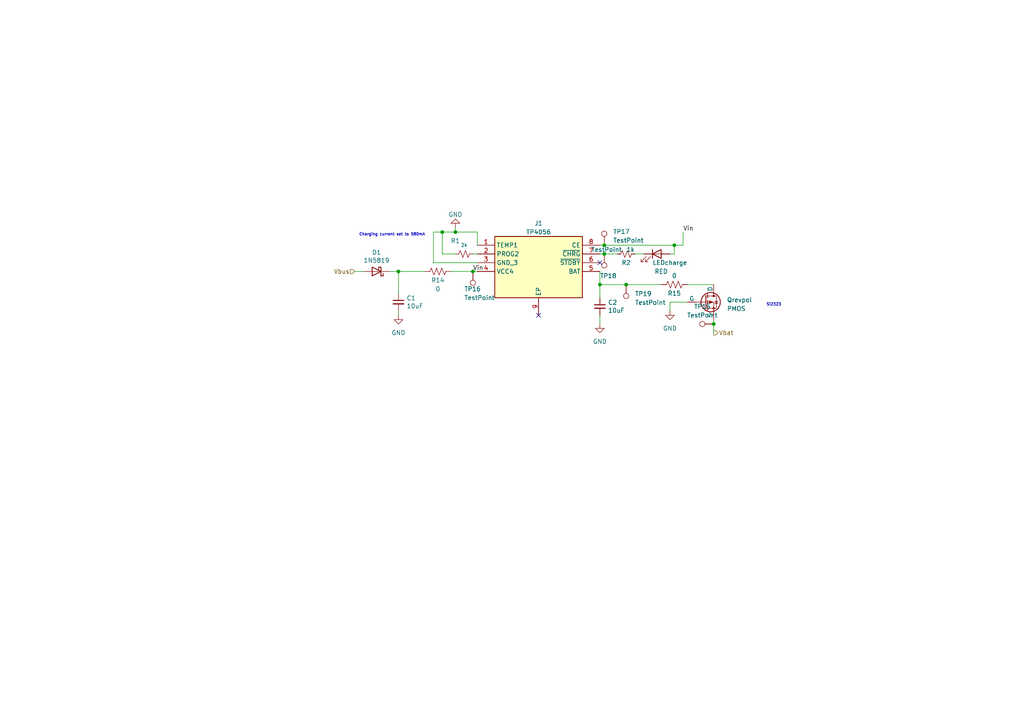
<source format=kicad_sch>
(kicad_sch (version 20230121) (generator eeschema)
  (paper "A4")
  (title_block (title "Charging Module") (date "2023-03-05") (rev "V1.0") (company "EEE3088F - Group 14") (comment 1 "Designed by Ashik John"))
  (lib_symbols
    (symbol "Connector:TestPoint" (pin_numbers hide) (pin_names (offset 0.762) hide)
      (property "Reference" "TP" (at 0 6.858 0))
      (property "Value" "TestPoint" (at 0 5.08 0))
      (symbol "TestPoint_0_1"
        (circle (center 0 3.302) (radius 0.762))
      )
      (symbol "TestPoint_1_1"
        (pin passive line (at 0 0 90) (length 2.54) (name "1") (number "1"))
      )
    )
    (symbol "Device:C_Small" (pin_numbers hide) (pin_names (offset 0.254) hide)
      (property "Reference" "C" (at 0.254 1.778 0))
      (property "Value" "C_Small" (at 0.254 -2.032 0))
      (symbol "C_Small_0_1"
        (polyline (pts (xy -1.524 -0.508) (xy 1.524 -0.508)) (stroke (width 0.3302)))
        (polyline (pts (xy -1.524 0.508) (xy 1.524 0.508)) (stroke (width 0.3048)))
      )
      (symbol "C_Small_1_1"
        (pin passive line (at 0 2.54 270) (length 2.032) (name "~") (number "1"))
        (pin passive line (at 0 -2.54 90) (length 2.032) (name "~") (number "2"))
      )
    )
    (symbol "Device:LED" (pin_numbers hide) (pin_names (offset 1.016) hide)
      (property "Reference" "D" (at 0 2.54 0))
      (property "Value" "LED" (at 0 -2.54 0))
      (symbol "LED_0_1"
        (polyline (pts (xy -1.27 -1.27) (xy -1.27 1.27)) (stroke (width 0.254)))
        (polyline (pts (xy -1.27 0) (xy 1.27 0)))
        (polyline (pts (xy 1.27 -1.27) (xy 1.27 1.27) (xy -1.27 0) (xy 1.27 -1.27)) (stroke (width 0.254)))
        (polyline (pts (xy -3.048 -0.762) (xy -4.572 -2.286) (xy -3.81 -2.286) (xy -4.572 -2.286) (xy -4.572 -1.524)))
        (polyline (pts (xy -1.778 -0.762) (xy -3.302 -2.286) (xy -2.54 -2.286) (xy -3.302 -2.286) (xy -3.302 -1.524)))
      )
      (symbol "LED_1_1"
        (pin passive line (at -3.81 0 0) (length 2.54) (name "K") (number "1"))
        (pin passive line (at 3.81 0 180) (length 2.54) (name "A") (number "2"))
      )
    )
    (symbol "Device:R_Small_US" (pin_numbers hide) (pin_names (offset 0.254) hide)
      (property "Reference" "R" (at 0.762 0.508 0))
      (property "Value" "R_Small_US" (at 0.762 -1.016 0))
      (symbol "R_Small_US_1_1"
        (polyline (pts (xy 0 0) (xy 1.016 -0.381) (xy 0 -0.762) (xy -1.016 -1.143) (xy 0 -1.524)))
        (polyline (pts (xy 0 1.524) (xy 1.016 1.143) (xy 0 0.762) (xy -1.016 0.381) (xy 0 0)))
        (pin passive line (at 0 2.54 270) (length 1.016) (name "~") (number "1"))
        (pin passive line (at 0 -2.54 90) (length 1.016) (name "~") (number "2"))
      )
    )
    (symbol "Device:R_US" (pin_numbers hide) (pin_names (offset 0))
      (property "Reference" "R" (at 2.54 0 90))
      (property "Value" "R_US" (at -2.54 0 90))
      (symbol "R_US_0_1"
        (polyline (pts (xy 0 -2.286) (xy 0 -2.54)))
        (polyline (pts (xy 0 2.286) (xy 0 2.54)))
        (polyline (pts (xy 0 -0.762) (xy 1.016 -1.143) (xy 0 -1.524) (xy -1.016 -1.905) (xy 0 -2.286)))
        (polyline (pts (xy 0 0.762) (xy 1.016 0.381) (xy 0 0) (xy -1.016 -0.381) (xy 0 -0.762)))
        (polyline (pts (xy 0 2.286) (xy 1.016 1.905) (xy 0 1.524) (xy -1.016 1.143) (xy 0 0.762)))
      )
      (symbol "R_US_1_1"
        (pin passive line (at 0 3.81 270) (length 1.27) (name "~") (number "1"))
        (pin passive line (at 0 -3.81 90) (length 1.27) (name "~") (number "2"))
      )
    )
    (symbol "Diode:1N5819" (pin_numbers hide) (pin_names (offset 1.016) hide)
      (property "Reference" "D" (at 0 2.54 0))
      (property "Value" "1N5819" (at 0 -2.54 0))
      (symbol "1N5819_0_1"
        (polyline (pts (xy 1.27 0) (xy -1.27 0)))
        (polyline (pts (xy 1.27 1.27) (xy 1.27 -1.27) (xy -1.27 0) (xy 1.27 1.27)) (stroke (width 0.254)))
        (polyline (pts (xy -1.905 0.635) (xy -1.905 1.27) (xy -1.27 1.27) (xy -1.27 -1.27) (xy -0.635 -1.27) (xy -0.635 -0.635)) (stroke (width 0.254)))
      )
      (symbol "1N5819_1_1"
        (pin passive line (at -3.81 0 0) (length 2.54) (name "K") (number "1"))
        (pin passive line (at 3.81 0 180) (length 2.54) (name "A") (number "2"))
      )
    )
    (symbol "Simulation_SPICE:PMOS" (pin_numbers hide) (pin_names (offset 0))
      (property "Reference" "Q" (at 5.08 1.27 0))
      (property "Value" "PMOS" (at 5.08 -1.27 0))
      (symbol "PMOS_0_1"
        (polyline (pts (xy 0.254 0) (xy -2.54 0)))
        (polyline (pts (xy 0.254 1.905) (xy 0.254 -1.905)) (stroke (width 0.254)))
        (polyline (pts (xy 0.762 -1.27) (xy 0.762 -2.286)) (stroke (width 0.254)))
        (polyline (pts (xy 0.762 0.508) (xy 0.762 -0.508)) (stroke (width 0.254)))
        (polyline (pts (xy 0.762 2.286) (xy 0.762 1.27)) (stroke (width 0.254)))
        (polyline (pts (xy 2.54 2.54) (xy 2.54 1.778)))
        (polyline (pts (xy 2.54 -2.54) (xy 2.54 0) (xy 0.762 0)))
        (polyline (pts (xy 0.762 1.778) (xy 3.302 1.778) (xy 3.302 -1.778) (xy 0.762 -1.778)))
        (polyline (pts (xy 2.286 0) (xy 1.27 0.381) (xy 1.27 -0.381) (xy 2.286 0)) (fill (type outline)))
        (polyline (pts (xy 2.794 -0.508) (xy 2.921 -0.381) (xy 3.683 -0.381) (xy 3.81 -0.254)))
        (polyline (pts (xy 3.302 -0.381) (xy 2.921 0.254) (xy 3.683 0.254) (xy 3.302 -0.381)))
        (circle (center 1.651 0) (radius 2.794) (stroke (width 0.254)))
        (circle (center 2.54 -1.778) (radius 0.254) (fill (type outline)))
        (circle (center 2.54 1.778) (radius 0.254) (fill (type outline)))
      )
      (symbol "PMOS_1_1"
        (pin passive line (at 2.54 5.08 270) (length 2.54) (name "D") (number "1"))
        (pin input line (at -5.08 0 0) (length 2.54) (name "G") (number "2"))
        (pin passive line (at 2.54 -5.08 90) (length 2.54) (name "S") (number "3"))
      )
    )
    (symbol "TP4056:TP4056"
      (property "Reference" "J" (at 31.75 7.62 0))
      (property "Value" "TP4056" (at 31.75 5.08 0))
      (symbol "TP4056_1_1"
        (rectangle (start 5.08 2.54) (end 30.48 -15.24) (stroke (width 0.254)) (fill (type background)))
        (pin passive line (at 0 0 0) (length 5.08) (name "TEMP1") (number "1"))
        (pin passive line (at 0 -2.54 0) (length 5.08) (name "PROG2") (number "2"))
        (pin passive line (at 0 -5.08 0) (length 5.08) (name "GND_3") (number "3"))
        (pin passive line (at 0 -7.62 0) (length 5.08) (name "VCC4") (number "4"))
        (pin passive line (at 35.56 -7.62 180) (length 5.08) (name "BAT") (number "5"))
        (pin passive line (at 35.56 -5.08 180) (length 5.08) (name "~{STDBY}") (number "6"))
        (pin passive line (at 35.56 -2.54 180) (length 5.08) (name "~{CHRG}") (number "7"))
        (pin passive line (at 35.56 0 180) (length 5.08) (name "CE") (number "8"))
        (pin passive line (at 17.78 -20.32 90) (length 5.08) (name "EP") (number "9"))
      )
    )
    (symbol "power:GND" (power) (pin_names (offset 0))
      (property "Value" "GND" (at 0 -3.81 0))
      (symbol "GND_0_1"
        (polyline (pts (xy 0 0) (xy 0 -1.27) (xy 1.27 -1.27) (xy 0 -2.54) (xy -1.27 -1.27) (xy 0 -1.27)))
      )
      (symbol "GND_1_1"
        (pin power_in line (at 0 0 270) (length 0) hide (name "GND") (number "1"))
      )
    )
  )
  (junction (at 175.26 73.66))
  (junction (at 132.08 67.31))
  (junction (at 137.16 78.74))
  (junction (at 207.01 93.98))
  (junction (at 181.61 82.55))
  (junction (at 128.27 67.31))
  (junction (at 173.99 82.55))
  (junction (at 195.58 71.12))
  (junction (at 175.26 71.12))
  (junction (at 115.57 78.74))
  (no_connect (at 173.99 76.2))
  (no_connect (at 156.21 91.44))
  (wire (pts (xy 173.99 91.44) (xy 173.99 93.98)))
  (wire (pts (xy 173.99 71.12) (xy 175.26 71.12)))
  (wire (pts (xy 137.16 73.66) (xy 138.43 73.66)))
  (wire (pts (xy 194.31 73.66) (xy 195.58 73.66)))
  (wire (pts (xy 137.16 78.74) (xy 138.43 78.74)))
  (wire (pts (xy 175.26 71.12) (xy 195.58 71.12)))
  (wire (pts (xy 132.08 73.66) (xy 128.27 73.66)))
  (wire (pts (xy 125.73 67.31) (xy 128.27 67.31)))
  (wire (pts (xy 125.73 76.2) (xy 125.73 67.31)))
  (wire (pts (xy 175.26 73.66) (xy 179.07 73.66)))
  (wire (pts (xy 115.57 90.17) (xy 115.57 91.44)))
  (wire (pts (xy 115.57 78.74) (xy 123.19 78.74)))
  (wire (pts (xy 195.58 73.66) (xy 195.58 71.12)))
  (wire (pts (xy 138.43 76.2) (xy 125.73 76.2)))
  (wire (pts (xy 207.01 96.52) (xy 207.01 93.98)))
  (wire (pts (xy 173.99 82.55) (xy 173.99 86.36)))
  (wire (pts (xy 194.31 87.63) (xy 199.39 87.63)))
  (wire (pts (xy 132.08 66.04) (xy 132.08 67.31)))
  (wire (pts (xy 173.99 73.66) (xy 175.26 73.66)))
  (wire (pts (xy 198.12 67.31) (xy 198.12 71.12)))
  (wire (pts (xy 132.08 67.31) (xy 138.43 67.31)))
  (wire (pts (xy 184.15 73.66) (xy 186.69 73.66)))
  (wire (pts (xy 173.99 82.55) (xy 181.61 82.55)))
  (wire (pts (xy 199.39 82.55) (xy 207.01 82.55)))
  (wire (pts (xy 113.03 78.74) (xy 115.57 78.74)))
  (wire (pts (xy 195.58 71.12) (xy 198.12 71.12)))
  (wire (pts (xy 181.61 82.55) (xy 191.77 82.55)))
  (wire (pts (xy 128.27 73.66) (xy 128.27 67.31)))
  (wire (pts (xy 207.01 93.98) (xy 207.01 92.71)))
  (wire (pts (xy 194.31 90.17) (xy 194.31 87.63)))
  (wire (pts (xy 115.57 78.74) (xy 115.57 85.09)))
  (wire (pts (xy 130.81 78.74) (xy 137.16 78.74)))
  (wire (pts (xy 138.43 67.31) (xy 138.43 71.12)))
  (wire (pts (xy 173.99 78.74) (xy 173.99 82.55)))
  (wire (pts (xy 128.27 67.31) (xy 132.08 67.31)))
  (wire (pts (xy 102.87 78.74) (xy 105.41 78.74)))
  (text "Si2323" (at 222.25 88.9 0) (effects (font (size 0.8 0.8)) (justify left bottom)))
  (text "Charging current set to 580mA\n" (at 104.14 68.58 0) (effects (font (size 0.8 0.8)) (justify left bottom)))
  (label "Vin" (at 137.16 78.74 0))
  (label "Vin" (at 198.12 67.31 0))
  (hierarchical_label "Vbus" (shape input) (at 102.87 78.74 180))
  (hierarchical_label "Vbat" (shape output) (at 207.01 96.52 0))
  (symbol (lib_id "Device:C_Small") (at 115.57 87.63 0) (unit 1)
    (property "Reference" "C1" (at 117.9068 86.4616 0) (effects (justify left)))
    (property "Value" "10uF" (at 117.9068 88.773 0) (effects (justify left)))
    (property "Footprint" "SpecificFootprints:CAPC1608X90N" (effects hide))
    (property "Price" "0.08" (effects hide))
    (property "Price ( 1 board)" "0.24" (effects hide))
    (property "Price (5 boards)" "1.20" (effects hide))
    (property "JLCPCB Part #" "C1691" (effects hide))
    (instances (project "Power module" (path "" (reference "C1") (unit 1))) (project "FullSchematic" (path "" (reference "C10") (unit 1))))
  )
  (symbol (lib_id "Device:C_Small") (at 173.99 88.9 0) (unit 1)
    (property "Reference" "C2" (at 176.3268 87.7316 0) (effects (justify left)))
    (property "Value" "10uF" (at 176.3268 90.043 0) (effects (justify left)))
    (property "Footprint" "SpecificFootprints:CAPC1608X90N" (effects hide))
    (property "Price" "0.08" (effects hide))
    (property "Price ( 1 board)" "0.24" (effects hide))
    (property "Price (5 boards)" "1.20" (effects hide))
    (property "JLCPCB Part #" "C1691" (effects hide))
    (instances (project "Power module" (path "" (reference "C2") (unit 1))) (project "FullSchematic" (path "" (reference "C11") (unit 1))))
  )
  (symbol (lib_id "Diode:1N5819") (at 109.22 78.74 180) (unit 1)
    (property "Reference" "D1" (at 109.22 73.2282 0))
    (property "Value" "1N5819" (at 109.22 75.5396 0))
    (property "Footprint" "SpecificFootprints:DIOAD1405W86L465D235" (effects hide))
    (property "Datasheet" "http://www.vishay.com/docs/88525/1n5817.pdf" (effects hide))
    (property "Price" "0.0167" (effects hide))
    (property "Price ( 1 board)" "0.0167" (effects hide))
    (property "Price (5 boards)" "0.0835" (effects hide))
    (property "JLCPCB Part #" "C437199" (effects hide))
    (instances (project "Power module" (path "" (reference "D1") (unit 1))) (project "FullSchematic" (path "" (reference "D4") (unit 1))))
  )
  (symbol (lib_id "Device:R_Small_US") (at 134.62 73.66 90) (unit 1)
    (property "Reference" "R1" (at 132.08 69.85 90))
    (property "Value" "2k" (at 134.62 71.12 90) (effects (font (size 1 1))))
    (property "Price" "0.001" (effects hide))
    (property "Price ( 1 board)" "0.001" (effects hide))
    (property "Price (5 boards)" "0.005" (effects hide))
    (property "JLCPCB Part #" "C17944" (effects hide))
    (instances (project "Power module" (path "" (reference "R1") (unit 1))) (project "FullSchematic" (path "" (reference "R13") (unit 1))))
  )
  (symbol (lib_id "Device:R_US") (at 127 78.74 270) (unit 1)
    (property "Reference" "R14" (at 127 81.28 90))
    (property "Value" "0" (at 127 83.82 90))
    (property "Footprint" "SpecificFootprints:RESC2013X65N" (effects hide))
    (property "JLCPCB Part #" "C17888" (effects hide))
    (property "Price" "0.003" (effects hide))
    (property "Price ( 1 board)" "0.012" (effects hide))
    (property "Price (5 boards)" "0.06" (effects hide))
  )
  (symbol (lib_id "Device:LED") (at 190.5 73.66 0) (unit 1)
    (property "Reference" "LEDcharge" (at 194.31 76.2 0))
    (property "Value" "RED" (at 191.77 78.74 0))
    (property "Footprint" "LED_THT:LED_D5.0mm_IRBlack" (effects hide))
    (property "Price ( 1 board)" "0.01" (effects hide))
    (property "Price (5 boards)" "0.05" (effects hide))
    (property "JLCPCB Part #" "C2286" (effects hide))
    (property "Price" "0.01" (effects hide))
    (instances (project "Power module" (path "" (reference "LEDcharge") (unit 1))) (project "FullSchematic" (path "" (reference "LEDcharge1") (unit 1))))
  )
  (symbol (lib_id "Connector:TestPoint") (at 175.26 71.12 0) (unit 1)
    (property "Reference" "TP17" (at 177.8 67.183 0) (effects (justify left)))
    (property "Value" "TestPoint" (at 177.8 69.723 0) (effects (justify left)))
    (property "Footprint" "TestPoint:TestPoint_Pad_D2.0mm" (effects hide))
    (property "Price" "$0" (effects hide))
    (property "Price ( 1 board)" "0" (effects hide))
    (property "Price (5 boards)" "0" (effects hide))
    (property "JLCPCB Part #" "N/A" (effects hide))
  )
  (symbol (lib_id "Connector:TestPoint") (at 137.16 78.74 180) (unit 1)
    (property "Reference" "TP16" (at 134.62 83.82 0) (effects (justify right)))
    (property "Value" "TestPoint" (at 134.62 86.36 0) (effects (justify right)))
    (property "Footprint" "TestPoint:TestPoint_Pad_D2.0mm" (effects hide))
    (property "Price" "$0" (effects hide))
    (property "Price ( 1 board)" "0" (effects hide))
    (property "Price (5 boards)" "0" (effects hide))
    (property "JLCPCB Part #" "N/A" (effects hide))
  )
  (symbol (lib_id "TP4056:TP4056") (at 138.43 71.12 0) (unit 1)
    (property "Reference" "J1" (at 156.21 64.77 0))
    (property "Value" "TP4056" (at 156.21 67.31 0))
    (property "Footprint" "SOIC127P600X175-9N" (effects hide))
    (property "Datasheet" "https://dlnmh9ip6v2uc.cloudfront.net/datasheets/Prototyping/TP4056.pdf" (effects hide))
    (property "Height" "1.75" (effects hide))
    (property "Manufacturer_Name" "NanJing Top Power" (effects hide))
    (property "Manufacturer_Part_Number" "TP4056" (effects hide))
    (property "JLCPCB Part #" "C382139" (effects hide))
    (property "Price ( 1 board)" "0.11" (effects hide))
    (property "Price (5 boards)" "0.55" (effects hide))
    (property "Price" "0.11" (effects hide))
    (instances (project "Power module" (path "" (reference "J1") (unit 1))) (project "FullSchematic" (path "" (reference "J2") (unit 1))))
  )
  (symbol (lib_id "Connector:TestPoint") (at 207.01 93.98 90) (unit 1)
    (property "Reference" "TP15" (at 203.708 88.9 90))
    (property "Value" "TestPoint" (at 203.708 91.44 90))
    (property "Footprint" "TestPoint:TestPoint_Pad_D2.0mm" (effects hide))
    (property "Price" "$0" (effects hide))
    (property "Price ( 1 board)" "0" (effects hide))
    (property "Price (5 boards)" "0" (effects hide))
    (property "JLCPCB Part #" "N/A" (effects hide))
  )
  (symbol (lib_id "power:GND") (at 194.31 90.17 0) (unit 1)
    (property "Reference" "#PWR04" (effects hide))
    (property "Value" "GND" (at 194.31 95.25 0))
  )
  (symbol (lib_id "Device:R_US") (at 195.58 82.55 90) (unit 1)
    (property "Reference" "R15" (at 195.58 85.09 90))
    (property "Value" "0" (at 195.58 80.01 90))
    (property "Footprint" "SpecificFootprints:RESC2013X65N" (effects hide))
    (property "JLCPCB Part #" "C17888" (effects hide))
    (property "Price" "0.003" (effects hide))
    (property "Price ( 1 board)" "0.012" (effects hide))
    (property "Price (5 boards)" "0.06" (effects hide))
  )
  (symbol (lib_id "power:GND") (at 115.57 91.44 0) (unit 1)
    (property "Reference" "#PWR02" (effects hide))
    (property "Value" "GND" (at 115.57 96.52 0))
  )
  (symbol (lib_id "power:GND") (at 173.99 93.98 0) (unit 1)
    (property "Reference" "#PWR03" (effects hide))
    (property "Value" "GND" (at 173.99 99.06 0))
  )
  (symbol (lib_id "Device:R_Small_US") (at 181.61 73.66 90) (unit 1)
    (property "Reference" "R2" (at 181.61 76.2 90))
    (property "Value" "1k" (at 182.88 72.39 90))
    (property "Price" "0.001" (effects hide))
    (property "Price ( 1 board)" "0.001" (effects hide))
    (property "Price (5 boards)" "0.005" (effects hide))
    (property "JLCPCB Part #" "C2828711" (effects hide))
    (instances (project "Power module" (path "" (reference "R2") (unit 1))) (project "FullSchematic" (path "" (reference "R10") (unit 1))))
  )
  (symbol (lib_id "Connector:TestPoint") (at 181.61 82.55 180) (unit 1)
    (property "Reference" "TP19" (at 184.15 85.217 0) (effects (justify right)))
    (property "Value" "TestPoint" (at 184.15 87.757 0) (effects (justify right)))
    (property "Footprint" "TestPoint:TestPoint_Pad_D2.0mm" (effects hide))
    (property "Price" "$0" (effects hide))
    (property "Price ( 1 board)" "0" (effects hide))
    (property "Price (5 boards)" "0" (effects hide))
    (property "JLCPCB Part #" "N/A" (effects hide))
  )
  (symbol (lib_id "power:GND") (at 132.08 66.04 180) (unit 1)
    (property "Reference" "#PWR01" (effects hide))
    (property "Value" "GND" (at 132.08 62.23 0))
  )
  (symbol (lib_id "Simulation_SPICE:PMOS") (at 204.47 87.63 0) (unit 1)
    (property "Reference" "Qrevpol" (at 210.82 86.995 0) (effects (justify left)))
    (property "Value" "PMOS" (at 210.82 89.535 0) (effects (justify left)))
    (property "Datasheet" "https://ngspice.sourceforge.io/docs/ngspice-manual.pdf" (effects hide))
    (property "Sim.Device" "PMOS" (effects hide))
    (property "Sim.Type" "VDMOS" (effects hide))
    (property "Sim.Pins" "1=D 2=G 3=S" (effects hide))
    (property "Price ( 1 board)" "0.18" (effects hide))
    (property "Price (5 boards)" "0.9" (effects hide))
    (property "JLCPCB Part #" "C20917" (effects hide))
    (property "Price" "0.09" (effects hide))
    (instances (project "Power module" (path "" (reference "Qrevpol") (unit 1))) (project "FullSchematic" (path "" (reference "Qrevpol1") (unit 1))))
  )
  (symbol (lib_id "Connector:TestPoint") (at 175.26 73.66 180) (unit 1)
    (property "Reference" "TP18" (at 173.99 80.01 0) (effects (justify right)))
    (property "Value" "TestPoint" (at 171.45 72.39 0) (effects (justify right)))
    (property "Footprint" "TestPoint:TestPoint_Pad_D2.0mm" (effects hide))
    (property "Price" "$0" (effects hide))
    (property "Price ( 1 board)" "0" (effects hide))
    (property "Price (5 boards)" "0" (effects hide))
    (property "JLCPCB Part #" "N/A" (effects hide))
  )
)
</source>
